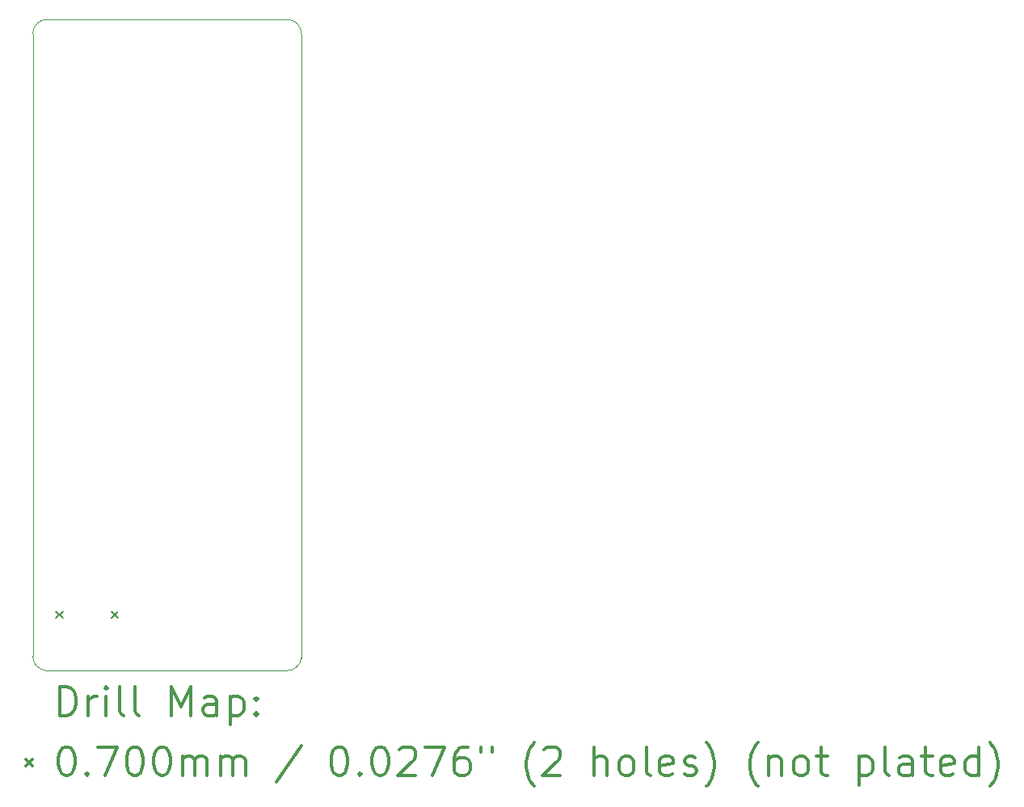
<source format=gbr>
%FSLAX45Y45*%
G04 Gerber Fmt 4.5, Leading zero omitted, Abs format (unit mm)*
G04 Created by KiCad (PCBNEW 5.1.10-88a1d61d58~90~ubuntu20.04.1) date 2021-07-14 19:36:43*
%MOMM*%
%LPD*%
G01*
G04 APERTURE LIST*
%TA.AperFunction,Profile*%
%ADD10C,0.050000*%
%TD*%
%ADD11C,0.200000*%
%ADD12C,0.300000*%
G04 APERTURE END LIST*
D10*
X16582000Y-5792000D02*
X16582104Y-12315978D01*
X16715000Y-12465000D02*
X19246978Y-12467896D01*
X16715000Y-12465000D02*
G75*
G02*
X16582104Y-12315978I17104J149022D01*
G01*
X19396000Y-5792000D02*
X19396000Y-12335000D01*
X16732000Y-5642000D02*
X19245856Y-5641898D01*
X19396000Y-12335000D02*
G75*
G02*
X19246978Y-12467896I-149022J17104D01*
G01*
X16582000Y-5792000D02*
G75*
G02*
X16732000Y-5642000I150000J0D01*
G01*
X19245856Y-5641898D02*
G75*
G02*
X19396000Y-5792000I0J-150144D01*
G01*
D11*
X16826750Y-11845928D02*
X16896750Y-11915928D01*
X16896750Y-11845928D02*
X16826750Y-11915928D01*
X17404750Y-11845928D02*
X17474750Y-11915928D01*
X17474750Y-11845928D02*
X17404750Y-11915928D01*
D12*
X16865928Y-12936110D02*
X16865928Y-12636110D01*
X16937357Y-12636110D01*
X16980214Y-12650396D01*
X17008786Y-12678967D01*
X17023071Y-12707539D01*
X17037357Y-12764681D01*
X17037357Y-12807539D01*
X17023071Y-12864681D01*
X17008786Y-12893253D01*
X16980214Y-12921824D01*
X16937357Y-12936110D01*
X16865928Y-12936110D01*
X17165928Y-12936110D02*
X17165928Y-12736110D01*
X17165928Y-12793253D02*
X17180214Y-12764681D01*
X17194500Y-12750396D01*
X17223071Y-12736110D01*
X17251643Y-12736110D01*
X17351643Y-12936110D02*
X17351643Y-12736110D01*
X17351643Y-12636110D02*
X17337357Y-12650396D01*
X17351643Y-12664681D01*
X17365928Y-12650396D01*
X17351643Y-12636110D01*
X17351643Y-12664681D01*
X17537357Y-12936110D02*
X17508786Y-12921824D01*
X17494500Y-12893253D01*
X17494500Y-12636110D01*
X17694500Y-12936110D02*
X17665928Y-12921824D01*
X17651643Y-12893253D01*
X17651643Y-12636110D01*
X18037357Y-12936110D02*
X18037357Y-12636110D01*
X18137357Y-12850396D01*
X18237357Y-12636110D01*
X18237357Y-12936110D01*
X18508786Y-12936110D02*
X18508786Y-12778967D01*
X18494500Y-12750396D01*
X18465928Y-12736110D01*
X18408786Y-12736110D01*
X18380214Y-12750396D01*
X18508786Y-12921824D02*
X18480214Y-12936110D01*
X18408786Y-12936110D01*
X18380214Y-12921824D01*
X18365928Y-12893253D01*
X18365928Y-12864681D01*
X18380214Y-12836110D01*
X18408786Y-12821824D01*
X18480214Y-12821824D01*
X18508786Y-12807539D01*
X18651643Y-12736110D02*
X18651643Y-13036110D01*
X18651643Y-12750396D02*
X18680214Y-12736110D01*
X18737357Y-12736110D01*
X18765928Y-12750396D01*
X18780214Y-12764681D01*
X18794500Y-12793253D01*
X18794500Y-12878967D01*
X18780214Y-12907539D01*
X18765928Y-12921824D01*
X18737357Y-12936110D01*
X18680214Y-12936110D01*
X18651643Y-12921824D01*
X18923071Y-12907539D02*
X18937357Y-12921824D01*
X18923071Y-12936110D01*
X18908786Y-12921824D01*
X18923071Y-12907539D01*
X18923071Y-12936110D01*
X18923071Y-12750396D02*
X18937357Y-12764681D01*
X18923071Y-12778967D01*
X18908786Y-12764681D01*
X18923071Y-12750396D01*
X18923071Y-12778967D01*
X16509500Y-13395396D02*
X16579500Y-13465396D01*
X16579500Y-13395396D02*
X16509500Y-13465396D01*
X16923071Y-13266110D02*
X16951643Y-13266110D01*
X16980214Y-13280396D01*
X16994500Y-13294681D01*
X17008786Y-13323253D01*
X17023071Y-13380396D01*
X17023071Y-13451824D01*
X17008786Y-13508967D01*
X16994500Y-13537539D01*
X16980214Y-13551824D01*
X16951643Y-13566110D01*
X16923071Y-13566110D01*
X16894500Y-13551824D01*
X16880214Y-13537539D01*
X16865928Y-13508967D01*
X16851643Y-13451824D01*
X16851643Y-13380396D01*
X16865928Y-13323253D01*
X16880214Y-13294681D01*
X16894500Y-13280396D01*
X16923071Y-13266110D01*
X17151643Y-13537539D02*
X17165928Y-13551824D01*
X17151643Y-13566110D01*
X17137357Y-13551824D01*
X17151643Y-13537539D01*
X17151643Y-13566110D01*
X17265928Y-13266110D02*
X17465928Y-13266110D01*
X17337357Y-13566110D01*
X17637357Y-13266110D02*
X17665928Y-13266110D01*
X17694500Y-13280396D01*
X17708786Y-13294681D01*
X17723071Y-13323253D01*
X17737357Y-13380396D01*
X17737357Y-13451824D01*
X17723071Y-13508967D01*
X17708786Y-13537539D01*
X17694500Y-13551824D01*
X17665928Y-13566110D01*
X17637357Y-13566110D01*
X17608786Y-13551824D01*
X17594500Y-13537539D01*
X17580214Y-13508967D01*
X17565928Y-13451824D01*
X17565928Y-13380396D01*
X17580214Y-13323253D01*
X17594500Y-13294681D01*
X17608786Y-13280396D01*
X17637357Y-13266110D01*
X17923071Y-13266110D02*
X17951643Y-13266110D01*
X17980214Y-13280396D01*
X17994500Y-13294681D01*
X18008786Y-13323253D01*
X18023071Y-13380396D01*
X18023071Y-13451824D01*
X18008786Y-13508967D01*
X17994500Y-13537539D01*
X17980214Y-13551824D01*
X17951643Y-13566110D01*
X17923071Y-13566110D01*
X17894500Y-13551824D01*
X17880214Y-13537539D01*
X17865928Y-13508967D01*
X17851643Y-13451824D01*
X17851643Y-13380396D01*
X17865928Y-13323253D01*
X17880214Y-13294681D01*
X17894500Y-13280396D01*
X17923071Y-13266110D01*
X18151643Y-13566110D02*
X18151643Y-13366110D01*
X18151643Y-13394681D02*
X18165928Y-13380396D01*
X18194500Y-13366110D01*
X18237357Y-13366110D01*
X18265928Y-13380396D01*
X18280214Y-13408967D01*
X18280214Y-13566110D01*
X18280214Y-13408967D02*
X18294500Y-13380396D01*
X18323071Y-13366110D01*
X18365928Y-13366110D01*
X18394500Y-13380396D01*
X18408786Y-13408967D01*
X18408786Y-13566110D01*
X18551643Y-13566110D02*
X18551643Y-13366110D01*
X18551643Y-13394681D02*
X18565928Y-13380396D01*
X18594500Y-13366110D01*
X18637357Y-13366110D01*
X18665928Y-13380396D01*
X18680214Y-13408967D01*
X18680214Y-13566110D01*
X18680214Y-13408967D02*
X18694500Y-13380396D01*
X18723071Y-13366110D01*
X18765928Y-13366110D01*
X18794500Y-13380396D01*
X18808786Y-13408967D01*
X18808786Y-13566110D01*
X19394500Y-13251824D02*
X19137357Y-13637539D01*
X19780214Y-13266110D02*
X19808786Y-13266110D01*
X19837357Y-13280396D01*
X19851643Y-13294681D01*
X19865928Y-13323253D01*
X19880214Y-13380396D01*
X19880214Y-13451824D01*
X19865928Y-13508967D01*
X19851643Y-13537539D01*
X19837357Y-13551824D01*
X19808786Y-13566110D01*
X19780214Y-13566110D01*
X19751643Y-13551824D01*
X19737357Y-13537539D01*
X19723071Y-13508967D01*
X19708786Y-13451824D01*
X19708786Y-13380396D01*
X19723071Y-13323253D01*
X19737357Y-13294681D01*
X19751643Y-13280396D01*
X19780214Y-13266110D01*
X20008786Y-13537539D02*
X20023071Y-13551824D01*
X20008786Y-13566110D01*
X19994500Y-13551824D01*
X20008786Y-13537539D01*
X20008786Y-13566110D01*
X20208786Y-13266110D02*
X20237357Y-13266110D01*
X20265928Y-13280396D01*
X20280214Y-13294681D01*
X20294500Y-13323253D01*
X20308786Y-13380396D01*
X20308786Y-13451824D01*
X20294500Y-13508967D01*
X20280214Y-13537539D01*
X20265928Y-13551824D01*
X20237357Y-13566110D01*
X20208786Y-13566110D01*
X20180214Y-13551824D01*
X20165928Y-13537539D01*
X20151643Y-13508967D01*
X20137357Y-13451824D01*
X20137357Y-13380396D01*
X20151643Y-13323253D01*
X20165928Y-13294681D01*
X20180214Y-13280396D01*
X20208786Y-13266110D01*
X20423071Y-13294681D02*
X20437357Y-13280396D01*
X20465928Y-13266110D01*
X20537357Y-13266110D01*
X20565928Y-13280396D01*
X20580214Y-13294681D01*
X20594500Y-13323253D01*
X20594500Y-13351824D01*
X20580214Y-13394681D01*
X20408786Y-13566110D01*
X20594500Y-13566110D01*
X20694500Y-13266110D02*
X20894500Y-13266110D01*
X20765928Y-13566110D01*
X21137357Y-13266110D02*
X21080214Y-13266110D01*
X21051643Y-13280396D01*
X21037357Y-13294681D01*
X21008786Y-13337539D01*
X20994500Y-13394681D01*
X20994500Y-13508967D01*
X21008786Y-13537539D01*
X21023071Y-13551824D01*
X21051643Y-13566110D01*
X21108786Y-13566110D01*
X21137357Y-13551824D01*
X21151643Y-13537539D01*
X21165928Y-13508967D01*
X21165928Y-13437539D01*
X21151643Y-13408967D01*
X21137357Y-13394681D01*
X21108786Y-13380396D01*
X21051643Y-13380396D01*
X21023071Y-13394681D01*
X21008786Y-13408967D01*
X20994500Y-13437539D01*
X21280214Y-13266110D02*
X21280214Y-13323253D01*
X21394500Y-13266110D02*
X21394500Y-13323253D01*
X21837357Y-13680396D02*
X21823071Y-13666110D01*
X21794500Y-13623253D01*
X21780214Y-13594681D01*
X21765928Y-13551824D01*
X21751643Y-13480396D01*
X21751643Y-13423253D01*
X21765928Y-13351824D01*
X21780214Y-13308967D01*
X21794500Y-13280396D01*
X21823071Y-13237539D01*
X21837357Y-13223253D01*
X21937357Y-13294681D02*
X21951643Y-13280396D01*
X21980214Y-13266110D01*
X22051643Y-13266110D01*
X22080214Y-13280396D01*
X22094500Y-13294681D01*
X22108786Y-13323253D01*
X22108786Y-13351824D01*
X22094500Y-13394681D01*
X21923071Y-13566110D01*
X22108786Y-13566110D01*
X22465928Y-13566110D02*
X22465928Y-13266110D01*
X22594500Y-13566110D02*
X22594500Y-13408967D01*
X22580214Y-13380396D01*
X22551643Y-13366110D01*
X22508786Y-13366110D01*
X22480214Y-13380396D01*
X22465928Y-13394681D01*
X22780214Y-13566110D02*
X22751643Y-13551824D01*
X22737357Y-13537539D01*
X22723071Y-13508967D01*
X22723071Y-13423253D01*
X22737357Y-13394681D01*
X22751643Y-13380396D01*
X22780214Y-13366110D01*
X22823071Y-13366110D01*
X22851643Y-13380396D01*
X22865928Y-13394681D01*
X22880214Y-13423253D01*
X22880214Y-13508967D01*
X22865928Y-13537539D01*
X22851643Y-13551824D01*
X22823071Y-13566110D01*
X22780214Y-13566110D01*
X23051643Y-13566110D02*
X23023071Y-13551824D01*
X23008786Y-13523253D01*
X23008786Y-13266110D01*
X23280214Y-13551824D02*
X23251643Y-13566110D01*
X23194500Y-13566110D01*
X23165928Y-13551824D01*
X23151643Y-13523253D01*
X23151643Y-13408967D01*
X23165928Y-13380396D01*
X23194500Y-13366110D01*
X23251643Y-13366110D01*
X23280214Y-13380396D01*
X23294500Y-13408967D01*
X23294500Y-13437539D01*
X23151643Y-13466110D01*
X23408786Y-13551824D02*
X23437357Y-13566110D01*
X23494500Y-13566110D01*
X23523071Y-13551824D01*
X23537357Y-13523253D01*
X23537357Y-13508967D01*
X23523071Y-13480396D01*
X23494500Y-13466110D01*
X23451643Y-13466110D01*
X23423071Y-13451824D01*
X23408786Y-13423253D01*
X23408786Y-13408967D01*
X23423071Y-13380396D01*
X23451643Y-13366110D01*
X23494500Y-13366110D01*
X23523071Y-13380396D01*
X23637357Y-13680396D02*
X23651643Y-13666110D01*
X23680214Y-13623253D01*
X23694500Y-13594681D01*
X23708786Y-13551824D01*
X23723071Y-13480396D01*
X23723071Y-13423253D01*
X23708786Y-13351824D01*
X23694500Y-13308967D01*
X23680214Y-13280396D01*
X23651643Y-13237539D01*
X23637357Y-13223253D01*
X24180214Y-13680396D02*
X24165928Y-13666110D01*
X24137357Y-13623253D01*
X24123071Y-13594681D01*
X24108786Y-13551824D01*
X24094500Y-13480396D01*
X24094500Y-13423253D01*
X24108786Y-13351824D01*
X24123071Y-13308967D01*
X24137357Y-13280396D01*
X24165928Y-13237539D01*
X24180214Y-13223253D01*
X24294500Y-13366110D02*
X24294500Y-13566110D01*
X24294500Y-13394681D02*
X24308786Y-13380396D01*
X24337357Y-13366110D01*
X24380214Y-13366110D01*
X24408786Y-13380396D01*
X24423071Y-13408967D01*
X24423071Y-13566110D01*
X24608786Y-13566110D02*
X24580214Y-13551824D01*
X24565928Y-13537539D01*
X24551643Y-13508967D01*
X24551643Y-13423253D01*
X24565928Y-13394681D01*
X24580214Y-13380396D01*
X24608786Y-13366110D01*
X24651643Y-13366110D01*
X24680214Y-13380396D01*
X24694500Y-13394681D01*
X24708786Y-13423253D01*
X24708786Y-13508967D01*
X24694500Y-13537539D01*
X24680214Y-13551824D01*
X24651643Y-13566110D01*
X24608786Y-13566110D01*
X24794500Y-13366110D02*
X24908786Y-13366110D01*
X24837357Y-13266110D02*
X24837357Y-13523253D01*
X24851643Y-13551824D01*
X24880214Y-13566110D01*
X24908786Y-13566110D01*
X25237357Y-13366110D02*
X25237357Y-13666110D01*
X25237357Y-13380396D02*
X25265928Y-13366110D01*
X25323071Y-13366110D01*
X25351643Y-13380396D01*
X25365928Y-13394681D01*
X25380214Y-13423253D01*
X25380214Y-13508967D01*
X25365928Y-13537539D01*
X25351643Y-13551824D01*
X25323071Y-13566110D01*
X25265928Y-13566110D01*
X25237357Y-13551824D01*
X25551643Y-13566110D02*
X25523071Y-13551824D01*
X25508786Y-13523253D01*
X25508786Y-13266110D01*
X25794500Y-13566110D02*
X25794500Y-13408967D01*
X25780214Y-13380396D01*
X25751643Y-13366110D01*
X25694500Y-13366110D01*
X25665928Y-13380396D01*
X25794500Y-13551824D02*
X25765928Y-13566110D01*
X25694500Y-13566110D01*
X25665928Y-13551824D01*
X25651643Y-13523253D01*
X25651643Y-13494681D01*
X25665928Y-13466110D01*
X25694500Y-13451824D01*
X25765928Y-13451824D01*
X25794500Y-13437539D01*
X25894500Y-13366110D02*
X26008786Y-13366110D01*
X25937357Y-13266110D02*
X25937357Y-13523253D01*
X25951643Y-13551824D01*
X25980214Y-13566110D01*
X26008786Y-13566110D01*
X26223071Y-13551824D02*
X26194500Y-13566110D01*
X26137357Y-13566110D01*
X26108786Y-13551824D01*
X26094500Y-13523253D01*
X26094500Y-13408967D01*
X26108786Y-13380396D01*
X26137357Y-13366110D01*
X26194500Y-13366110D01*
X26223071Y-13380396D01*
X26237357Y-13408967D01*
X26237357Y-13437539D01*
X26094500Y-13466110D01*
X26494500Y-13566110D02*
X26494500Y-13266110D01*
X26494500Y-13551824D02*
X26465928Y-13566110D01*
X26408786Y-13566110D01*
X26380214Y-13551824D01*
X26365928Y-13537539D01*
X26351643Y-13508967D01*
X26351643Y-13423253D01*
X26365928Y-13394681D01*
X26380214Y-13380396D01*
X26408786Y-13366110D01*
X26465928Y-13366110D01*
X26494500Y-13380396D01*
X26608786Y-13680396D02*
X26623071Y-13666110D01*
X26651643Y-13623253D01*
X26665928Y-13594681D01*
X26680214Y-13551824D01*
X26694500Y-13480396D01*
X26694500Y-13423253D01*
X26680214Y-13351824D01*
X26665928Y-13308967D01*
X26651643Y-13280396D01*
X26623071Y-13237539D01*
X26608786Y-13223253D01*
M02*

</source>
